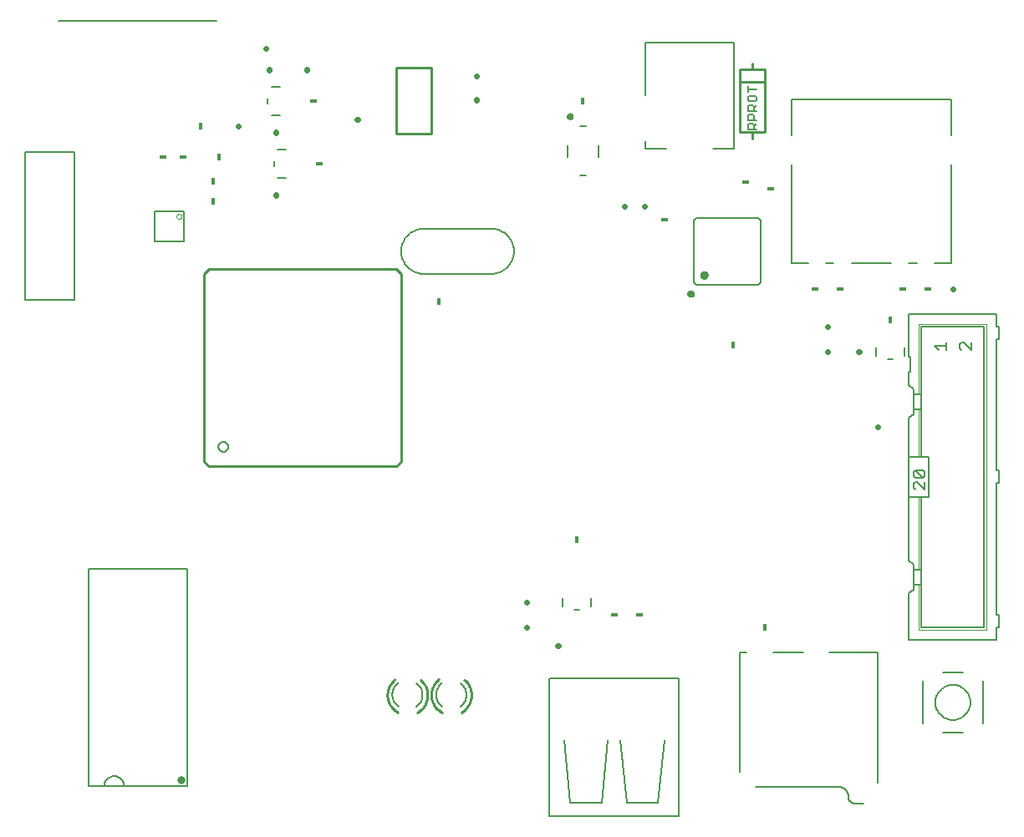
<source format=gto>
G75*
G70*
%OFA0B0*%
%FSLAX24Y24*%
%IPPOS*%
%LPD*%
%AMOC8*
5,1,8,0,0,1.08239X$1,22.5*
%
%ADD10C,0.0080*%
%ADD11C,0.0160*%
%ADD12C,0.0157*%
%ADD13C,0.0050*%
%ADD14C,0.0020*%
%ADD15C,0.0100*%
%ADD16C,0.0220*%
%ADD17R,0.0180X0.0300*%
%ADD18R,0.0300X0.0180*%
%ADD19C,0.0315*%
%ADD20C,0.0020*%
%ADD21C,0.0060*%
D10*
X003640Y002956D02*
X004261Y002956D01*
X005049Y002956D01*
X007560Y002956D01*
X007560Y011624D01*
X003640Y011624D01*
X003640Y002956D01*
X004261Y002956D02*
X004263Y002995D01*
X004269Y003033D01*
X004278Y003070D01*
X004291Y003107D01*
X004308Y003142D01*
X004327Y003175D01*
X004350Y003206D01*
X004376Y003235D01*
X004405Y003261D01*
X004436Y003284D01*
X004469Y003303D01*
X004504Y003320D01*
X004541Y003333D01*
X004578Y003342D01*
X004616Y003348D01*
X004655Y003350D01*
X004694Y003348D01*
X004732Y003342D01*
X004769Y003333D01*
X004806Y003320D01*
X004841Y003303D01*
X004874Y003284D01*
X004905Y003261D01*
X004934Y003235D01*
X004960Y003206D01*
X004983Y003175D01*
X005002Y003142D01*
X005019Y003107D01*
X005032Y003070D01*
X005041Y003033D01*
X005047Y002995D01*
X005049Y002956D01*
X022540Y010121D02*
X022540Y010459D01*
X022994Y009971D02*
X023206Y009971D01*
X023660Y010121D02*
X023660Y010459D01*
X029600Y008290D02*
X029876Y008290D01*
X029600Y008290D02*
X029600Y003526D01*
X030230Y002935D02*
X033537Y002935D01*
X033537Y002936D02*
X033575Y002933D01*
X033613Y002927D01*
X033650Y002917D01*
X033686Y002903D01*
X033721Y002887D01*
X033753Y002867D01*
X033784Y002844D01*
X033813Y002818D01*
X033839Y002789D01*
X033862Y002758D01*
X033882Y002726D01*
X033898Y002691D01*
X033912Y002655D01*
X033922Y002618D01*
X033928Y002580D01*
X033931Y002542D01*
X033930Y002510D01*
X033934Y002479D01*
X033941Y002448D01*
X033952Y002418D01*
X033966Y002390D01*
X033984Y002364D01*
X034005Y002340D01*
X034029Y002319D01*
X034055Y002301D01*
X034083Y002287D01*
X034113Y002276D01*
X034144Y002269D01*
X034175Y002265D01*
X034207Y002266D01*
X034206Y002266D02*
X034521Y002266D01*
X035112Y003093D02*
X035112Y008290D01*
X033183Y008290D01*
X032120Y008290D02*
X030939Y008290D01*
X036900Y007140D02*
X036900Y005440D01*
X037700Y005090D02*
X038493Y005090D01*
X039300Y005440D02*
X039300Y007140D01*
X038505Y007490D02*
X037700Y007490D01*
X037400Y006290D02*
X037402Y006342D01*
X037408Y006394D01*
X037418Y006446D01*
X037431Y006496D01*
X037448Y006546D01*
X037469Y006594D01*
X037494Y006640D01*
X037522Y006684D01*
X037553Y006726D01*
X037587Y006766D01*
X037624Y006803D01*
X037664Y006837D01*
X037706Y006868D01*
X037750Y006896D01*
X037796Y006921D01*
X037844Y006942D01*
X037894Y006959D01*
X037944Y006972D01*
X037996Y006982D01*
X038048Y006988D01*
X038100Y006990D01*
X038152Y006988D01*
X038204Y006982D01*
X038256Y006972D01*
X038306Y006959D01*
X038356Y006942D01*
X038404Y006921D01*
X038450Y006896D01*
X038494Y006868D01*
X038536Y006837D01*
X038576Y006803D01*
X038613Y006766D01*
X038647Y006726D01*
X038678Y006684D01*
X038706Y006640D01*
X038731Y006594D01*
X038752Y006546D01*
X038769Y006496D01*
X038782Y006446D01*
X038792Y006394D01*
X038798Y006342D01*
X038800Y006290D01*
X038798Y006238D01*
X038792Y006186D01*
X038782Y006134D01*
X038769Y006084D01*
X038752Y006034D01*
X038731Y005986D01*
X038706Y005940D01*
X038678Y005896D01*
X038647Y005854D01*
X038613Y005814D01*
X038576Y005777D01*
X038536Y005743D01*
X038494Y005712D01*
X038450Y005684D01*
X038404Y005659D01*
X038356Y005638D01*
X038306Y005621D01*
X038256Y005608D01*
X038204Y005598D01*
X038152Y005592D01*
X038100Y005590D01*
X038048Y005592D01*
X037996Y005598D01*
X037944Y005608D01*
X037894Y005621D01*
X037844Y005638D01*
X037796Y005659D01*
X037750Y005684D01*
X037706Y005712D01*
X037664Y005743D01*
X037624Y005777D01*
X037587Y005814D01*
X037553Y005854D01*
X037522Y005896D01*
X037494Y005940D01*
X037469Y005986D01*
X037448Y006034D01*
X037431Y006084D01*
X037418Y006134D01*
X037408Y006186D01*
X037402Y006238D01*
X037400Y006290D01*
X035706Y019971D02*
X035494Y019971D01*
X035040Y020121D02*
X035040Y020459D01*
X036160Y020459D02*
X036160Y020121D01*
X036350Y023831D02*
X036657Y023831D01*
X037366Y023831D02*
X038039Y023831D01*
X038039Y027752D01*
X038039Y028921D02*
X038039Y030366D01*
X031661Y030366D01*
X031661Y028921D01*
X031679Y027752D02*
X031679Y023831D01*
X032350Y023831D01*
X033043Y023831D02*
X033350Y023831D01*
X034067Y023831D02*
X035633Y023831D01*
X030439Y023069D02*
X030320Y022951D01*
X027880Y022951D01*
X027761Y023069D01*
X027761Y025510D01*
X027880Y025628D01*
X030320Y025628D01*
X030439Y025510D01*
X030439Y023069D01*
X029372Y028396D02*
X028545Y028396D01*
X029372Y028396D02*
X029372Y032609D01*
X025828Y032609D01*
X025828Y030522D01*
X023468Y029274D02*
X023232Y029274D01*
X022720Y028526D02*
X022720Y028053D01*
X023232Y027305D02*
X023468Y027305D01*
X023980Y028053D02*
X023980Y028526D01*
X025828Y028396D02*
X025828Y028671D01*
X025828Y028396D02*
X026655Y028396D01*
X019700Y025190D02*
X017000Y025190D01*
X016941Y025188D01*
X016883Y025182D01*
X016824Y025173D01*
X016767Y025159D01*
X016711Y025142D01*
X016656Y025121D01*
X016602Y025097D01*
X016550Y025069D01*
X016500Y025038D01*
X016452Y025004D01*
X016407Y024967D01*
X016364Y024926D01*
X016323Y024883D01*
X016286Y024838D01*
X016252Y024790D01*
X016221Y024740D01*
X016193Y024688D01*
X016169Y024634D01*
X016148Y024579D01*
X016131Y024523D01*
X016117Y024466D01*
X016108Y024407D01*
X016102Y024349D01*
X016100Y024290D01*
X016102Y024231D01*
X016108Y024173D01*
X016117Y024114D01*
X016131Y024057D01*
X016148Y024001D01*
X016169Y023946D01*
X016193Y023892D01*
X016221Y023840D01*
X016252Y023790D01*
X016286Y023742D01*
X016323Y023697D01*
X016364Y023654D01*
X016407Y023613D01*
X016452Y023576D01*
X016500Y023542D01*
X016550Y023511D01*
X016602Y023483D01*
X016656Y023459D01*
X016711Y023438D01*
X016767Y023421D01*
X016824Y023407D01*
X016883Y023398D01*
X016941Y023392D01*
X017000Y023390D01*
X019700Y023390D01*
X019759Y023392D01*
X019817Y023398D01*
X019876Y023407D01*
X019933Y023421D01*
X019989Y023438D01*
X020044Y023459D01*
X020098Y023483D01*
X020150Y023511D01*
X020200Y023542D01*
X020248Y023576D01*
X020293Y023613D01*
X020336Y023654D01*
X020377Y023697D01*
X020414Y023742D01*
X020448Y023790D01*
X020479Y023840D01*
X020507Y023892D01*
X020531Y023946D01*
X020552Y024001D01*
X020569Y024057D01*
X020583Y024114D01*
X020592Y024173D01*
X020598Y024231D01*
X020600Y024290D01*
X020598Y024349D01*
X020592Y024407D01*
X020583Y024466D01*
X020569Y024523D01*
X020552Y024579D01*
X020531Y024634D01*
X020507Y024688D01*
X020479Y024740D01*
X020448Y024790D01*
X020414Y024838D01*
X020377Y024883D01*
X020336Y024926D01*
X020293Y024967D01*
X020248Y025004D01*
X020200Y025038D01*
X020150Y025069D01*
X020098Y025097D01*
X020044Y025121D01*
X019989Y025142D01*
X019933Y025159D01*
X019876Y025173D01*
X019817Y025182D01*
X019759Y025188D01*
X019700Y025190D01*
X011519Y027230D02*
X011181Y027230D01*
X011031Y027684D02*
X011031Y027895D01*
X011181Y028350D02*
X011519Y028350D01*
X011269Y029730D02*
X010931Y029730D01*
X010781Y030184D02*
X010781Y030395D01*
X010931Y030850D02*
X011269Y030850D01*
X003084Y028242D02*
X003084Y022337D01*
X001116Y022337D01*
X001116Y028242D01*
X003084Y028242D01*
D11*
X027583Y022597D02*
X027585Y022612D01*
X027590Y022625D01*
X027599Y022637D01*
X027610Y022647D01*
X027624Y022653D01*
X027638Y022656D01*
X027653Y022655D01*
X027667Y022650D01*
X027680Y022642D01*
X027690Y022632D01*
X027697Y022619D01*
X027701Y022604D01*
X027701Y022590D01*
X027697Y022575D01*
X027690Y022562D01*
X027680Y022552D01*
X027667Y022544D01*
X027653Y022539D01*
X027638Y022538D01*
X027624Y022541D01*
X027610Y022547D01*
X027599Y022557D01*
X027590Y022569D01*
X027585Y022582D01*
X027583Y022597D01*
D12*
X028096Y023345D02*
X028098Y023363D01*
X028104Y023379D01*
X028113Y023394D01*
X028126Y023407D01*
X028141Y023416D01*
X028157Y023422D01*
X028175Y023424D01*
X028193Y023422D01*
X028209Y023416D01*
X028224Y023407D01*
X028237Y023394D01*
X028246Y023379D01*
X028252Y023363D01*
X028254Y023345D01*
X028252Y023327D01*
X028246Y023311D01*
X028237Y023296D01*
X028224Y023283D01*
X028209Y023274D01*
X028193Y023268D01*
X028175Y023266D01*
X028157Y023268D01*
X028141Y023274D01*
X028126Y023283D01*
X028113Y023296D01*
X028104Y023311D01*
X028098Y023327D01*
X028096Y023345D01*
D13*
X029925Y029165D02*
X029925Y029340D01*
X029983Y029398D01*
X030100Y029398D01*
X030158Y029340D01*
X030158Y029165D01*
X030158Y029281D02*
X030275Y029398D01*
X030275Y029533D02*
X029925Y029533D01*
X029925Y029708D01*
X029983Y029766D01*
X030100Y029766D01*
X030158Y029708D01*
X030158Y029533D01*
X030158Y029901D02*
X030158Y030076D01*
X030100Y030135D01*
X029983Y030135D01*
X029925Y030076D01*
X029925Y029901D01*
X030275Y029901D01*
X030158Y030018D02*
X030275Y030135D01*
X030217Y030270D02*
X030275Y030328D01*
X030275Y030445D01*
X030217Y030503D01*
X029983Y030503D01*
X029925Y030445D01*
X029925Y030328D01*
X029983Y030270D01*
X030217Y030270D01*
X029925Y030638D02*
X029925Y030871D01*
X029925Y030755D02*
X030275Y030755D01*
X030275Y029165D02*
X029925Y029165D01*
X022835Y029667D02*
X022837Y029673D01*
X022841Y029677D01*
X022848Y029678D01*
X022853Y029675D01*
X022857Y029670D01*
X022857Y029664D01*
X022853Y029659D01*
X022848Y029656D01*
X022841Y029657D01*
X022837Y029661D01*
X022835Y029667D01*
X022789Y029667D02*
X022791Y029682D01*
X022797Y029695D01*
X022806Y029707D01*
X022817Y029716D01*
X022831Y029722D01*
X022846Y029724D01*
X022861Y029722D01*
X022874Y029716D01*
X022886Y029707D01*
X022895Y029696D01*
X022901Y029682D01*
X022903Y029667D01*
X022901Y029652D01*
X022895Y029639D01*
X022886Y029627D01*
X022875Y029618D01*
X022861Y029612D01*
X022846Y029610D01*
X022831Y029612D01*
X022818Y029618D01*
X022806Y029627D01*
X022797Y029638D01*
X022791Y029652D01*
X022789Y029667D01*
X022742Y029667D02*
X022744Y029687D01*
X022749Y029706D01*
X022759Y029723D01*
X022771Y029739D01*
X022786Y029752D01*
X022803Y029762D01*
X022821Y029768D01*
X022841Y029771D01*
X022861Y029770D01*
X022880Y029765D01*
X022898Y029757D01*
X022914Y029746D01*
X022928Y029731D01*
X022938Y029715D01*
X022946Y029696D01*
X022950Y029677D01*
X022950Y029657D01*
X022946Y029638D01*
X022938Y029619D01*
X022928Y029603D01*
X022914Y029588D01*
X022898Y029577D01*
X022880Y029569D01*
X022861Y029564D01*
X022841Y029563D01*
X022821Y029566D01*
X022803Y029572D01*
X022786Y029582D01*
X022771Y029595D01*
X022759Y029611D01*
X022749Y029628D01*
X022744Y029647D01*
X022742Y029667D01*
X036350Y021790D02*
X036350Y020090D01*
X036400Y020090D01*
X036400Y019490D01*
X036350Y019490D01*
X036350Y018940D01*
X036550Y018790D01*
X036550Y018590D01*
X036550Y017990D01*
X036550Y017790D01*
X036350Y017640D01*
X036350Y016090D01*
X036750Y016090D01*
X036850Y016090D01*
X036850Y017990D01*
X036850Y018590D01*
X036850Y021290D01*
X039350Y021290D01*
X039350Y009290D01*
X036850Y009290D01*
X036850Y010990D01*
X036850Y011590D01*
X036850Y014490D01*
X036750Y014490D01*
X036350Y014490D01*
X036350Y016090D01*
X036850Y016090D02*
X037150Y016090D01*
X037150Y014490D01*
X036850Y014490D01*
X036975Y014794D02*
X036675Y015094D01*
X036600Y015094D01*
X036525Y015019D01*
X036525Y014869D01*
X036600Y014794D01*
X036975Y014794D02*
X036975Y015094D01*
X036900Y015254D02*
X036600Y015554D01*
X036900Y015554D01*
X036975Y015479D01*
X036975Y015329D01*
X036900Y015254D01*
X036600Y015254D01*
X036525Y015329D01*
X036525Y015479D01*
X036600Y015554D01*
X036350Y014490D02*
X036350Y011940D01*
X036550Y011790D01*
X036550Y011590D01*
X036550Y010990D01*
X036750Y010990D01*
X036850Y010990D01*
X036550Y010990D02*
X036550Y010790D01*
X036350Y010640D01*
X036350Y008790D01*
X039850Y008790D01*
X039850Y009290D01*
X039950Y009290D01*
X039950Y009790D01*
X039850Y009790D01*
X039850Y015040D01*
X039950Y015040D01*
X039950Y015540D01*
X039850Y015540D01*
X039850Y020790D01*
X039950Y020790D01*
X039950Y021290D01*
X039850Y021290D01*
X039850Y021790D01*
X036350Y021790D01*
X037825Y020654D02*
X037825Y020354D01*
X037825Y020504D02*
X037375Y020504D01*
X037525Y020354D01*
X038375Y020429D02*
X038450Y020354D01*
X038375Y020429D02*
X038375Y020579D01*
X038450Y020654D01*
X038525Y020654D01*
X038825Y020354D01*
X038825Y020654D01*
X036850Y018590D02*
X036750Y018590D01*
X036550Y018590D01*
X036550Y017990D02*
X036750Y017990D01*
X036850Y017990D01*
X036850Y011590D02*
X036750Y011590D01*
X036550Y011590D01*
X027185Y007245D02*
X027185Y001740D01*
X027150Y001740D02*
X022050Y001740D01*
X022015Y001740D02*
X022015Y007245D01*
X022040Y007250D02*
X027160Y007250D01*
X026600Y004790D02*
X026350Y002290D01*
X025100Y002290D01*
X024850Y004790D01*
X024350Y004790D02*
X024100Y002290D01*
X022850Y002290D01*
X022600Y004790D01*
X008814Y016494D02*
X008816Y016521D01*
X008822Y016548D01*
X008831Y016574D01*
X008844Y016598D01*
X008860Y016621D01*
X008879Y016640D01*
X008901Y016657D01*
X008925Y016671D01*
X008950Y016681D01*
X008977Y016688D01*
X009004Y016691D01*
X009032Y016690D01*
X009059Y016685D01*
X009085Y016677D01*
X009109Y016665D01*
X009132Y016649D01*
X009153Y016631D01*
X009170Y016610D01*
X009185Y016586D01*
X009196Y016561D01*
X009204Y016535D01*
X009208Y016508D01*
X009208Y016480D01*
X009204Y016453D01*
X009196Y016427D01*
X009185Y016402D01*
X009170Y016378D01*
X009153Y016357D01*
X009132Y016339D01*
X009110Y016323D01*
X009085Y016311D01*
X009059Y016303D01*
X009032Y016298D01*
X009004Y016297D01*
X008977Y016300D01*
X008950Y016307D01*
X008925Y016317D01*
X008901Y016331D01*
X008879Y016348D01*
X008860Y016367D01*
X008844Y016390D01*
X008831Y016414D01*
X008822Y016440D01*
X008816Y016467D01*
X008814Y016494D01*
X007441Y024699D02*
X006259Y024699D01*
X006259Y025880D01*
X007441Y025880D01*
X007441Y024699D01*
X008750Y033492D02*
X002450Y033492D01*
D14*
X036750Y021390D02*
X036750Y018590D01*
X036750Y017990D02*
X036750Y016090D01*
X036750Y014490D02*
X036750Y011590D01*
X036750Y010990D02*
X036750Y009190D01*
X039450Y009190D01*
X039450Y021390D01*
X036750Y021390D01*
D15*
X030100Y028790D02*
X030100Y029040D01*
X030600Y029040D01*
X030600Y031040D01*
X029600Y031040D01*
X029600Y029040D01*
X030100Y029040D01*
X029600Y031040D02*
X029600Y031540D01*
X030100Y031540D01*
X030100Y031790D01*
X030100Y031540D02*
X030600Y031540D01*
X030600Y031040D01*
X017309Y030605D02*
X017309Y031580D01*
X017309Y031609D02*
X015891Y031609D01*
X015891Y031061D01*
X015891Y031018D01*
X015891Y031061D02*
X015891Y028971D01*
X017309Y028971D01*
X017309Y028999D02*
X017309Y030575D01*
X015901Y023580D02*
X008421Y023580D01*
X008224Y023383D01*
X008224Y015903D01*
X008421Y015706D01*
X015901Y015706D01*
X016098Y015903D01*
X016098Y023383D01*
X015901Y023580D01*
X015550Y006590D02*
X015552Y006536D01*
X015557Y006482D01*
X015566Y006429D01*
X015579Y006376D01*
X015595Y006325D01*
X015615Y006275D01*
X015638Y006226D01*
X015664Y006178D01*
X015693Y006133D01*
X015726Y006090D01*
X015761Y006049D01*
X015799Y006010D01*
X015839Y005974D01*
X015882Y005941D01*
X015927Y005911D01*
X015974Y005884D01*
X016747Y005895D02*
X016795Y005925D01*
X016840Y005958D01*
X016883Y005994D01*
X016924Y006032D01*
X016961Y006074D01*
X016996Y006118D01*
X017027Y006164D01*
X017056Y006213D01*
X017080Y006263D01*
X017101Y006315D01*
X017119Y006369D01*
X017132Y006423D01*
X017142Y006478D01*
X017148Y006534D01*
X017150Y006590D01*
X017148Y006643D01*
X017143Y006697D01*
X017134Y006749D01*
X017122Y006801D01*
X017106Y006852D01*
X017087Y006902D01*
X017064Y006951D01*
X017038Y006998D01*
X017010Y007043D01*
X016978Y007086D01*
X016944Y007126D01*
X016906Y007165D01*
X016867Y007201D01*
X015838Y007205D02*
X015798Y007169D01*
X015760Y007130D01*
X015725Y007089D01*
X015693Y007046D01*
X015663Y007001D01*
X015637Y006954D01*
X015615Y006905D01*
X015595Y006854D01*
X015579Y006803D01*
X015566Y006751D01*
X015557Y006697D01*
X015552Y006644D01*
X015550Y006590D01*
X018497Y005895D02*
X018545Y005925D01*
X018590Y005958D01*
X018633Y005994D01*
X018674Y006032D01*
X018711Y006074D01*
X018746Y006118D01*
X018777Y006164D01*
X018806Y006213D01*
X018830Y006263D01*
X018851Y006315D01*
X018869Y006369D01*
X018882Y006423D01*
X018892Y006478D01*
X018898Y006534D01*
X018900Y006590D01*
X017724Y005884D02*
X017677Y005911D01*
X017632Y005941D01*
X017589Y005974D01*
X017549Y006010D01*
X017511Y006049D01*
X017476Y006090D01*
X017443Y006133D01*
X017414Y006178D01*
X017388Y006226D01*
X017365Y006275D01*
X017345Y006325D01*
X017329Y006376D01*
X017316Y006429D01*
X017307Y006482D01*
X017302Y006536D01*
X017300Y006590D01*
X018617Y007201D02*
X018656Y007165D01*
X018694Y007126D01*
X018728Y007086D01*
X018760Y007043D01*
X018788Y006998D01*
X018814Y006951D01*
X018837Y006902D01*
X018856Y006852D01*
X018872Y006801D01*
X018884Y006749D01*
X018893Y006697D01*
X018898Y006643D01*
X018900Y006590D01*
X017588Y007205D02*
X017548Y007169D01*
X017510Y007130D01*
X017475Y007089D01*
X017443Y007046D01*
X017413Y007001D01*
X017387Y006954D01*
X017365Y006905D01*
X017345Y006854D01*
X017329Y006803D01*
X017316Y006751D01*
X017307Y006697D01*
X017302Y006644D01*
X017300Y006590D01*
D16*
X021100Y009278D02*
X021100Y009302D01*
X021100Y010278D02*
X021100Y010302D01*
X022338Y008540D02*
X022362Y008540D01*
X035100Y017278D02*
X035100Y017302D01*
X034362Y020290D02*
X034338Y020290D01*
X033100Y020302D02*
X033100Y020278D01*
X033100Y021278D02*
X033100Y021302D01*
X038088Y022790D02*
X038112Y022790D01*
X025812Y026090D02*
X025788Y026090D01*
X025012Y026090D02*
X024988Y026090D01*
X019100Y030328D02*
X019100Y030352D01*
X019100Y031278D02*
X019100Y031302D01*
X014362Y029540D02*
X014338Y029540D01*
X012350Y031528D02*
X012350Y031552D01*
X010850Y031552D02*
X010850Y031528D01*
X010700Y032378D02*
X010700Y032402D01*
X009600Y029302D02*
X009600Y029278D01*
X011100Y029052D02*
X011100Y029028D01*
X011100Y026552D02*
X011100Y026528D01*
D17*
X008600Y026290D03*
X008600Y027090D03*
X008850Y028040D03*
X008100Y029290D03*
X017600Y022290D03*
X023350Y030290D03*
X029350Y020540D03*
X035600Y021540D03*
X023100Y012790D03*
X030600Y009290D03*
D18*
X025600Y009790D03*
X024600Y009790D03*
X032600Y022790D03*
X033600Y022790D03*
X036100Y022790D03*
X037100Y022790D03*
X030850Y026790D03*
X029850Y027040D03*
X026600Y025540D03*
X012850Y027790D03*
X012600Y030290D03*
X007400Y028040D03*
X006600Y028040D03*
D19*
X007332Y003195D03*
D20*
X007146Y025683D02*
X007148Y025702D01*
X007153Y025721D01*
X007163Y025737D01*
X007175Y025752D01*
X007190Y025764D01*
X007206Y025774D01*
X007225Y025779D01*
X007244Y025781D01*
X007263Y025779D01*
X007282Y025774D01*
X007298Y025764D01*
X007313Y025752D01*
X007325Y025737D01*
X007335Y025721D01*
X007340Y025702D01*
X007342Y025683D01*
X007340Y025664D01*
X007335Y025645D01*
X007325Y025629D01*
X007313Y025614D01*
X007298Y025602D01*
X007282Y025592D01*
X007263Y025587D01*
X007244Y025585D01*
X007225Y025587D01*
X007206Y025592D01*
X007190Y025602D01*
X007175Y025614D01*
X007163Y025629D01*
X007153Y025645D01*
X007148Y025664D01*
X007146Y025683D01*
D21*
X016950Y006590D02*
X016948Y006545D01*
X016943Y006499D01*
X016935Y006455D01*
X016923Y006411D01*
X016907Y006368D01*
X016889Y006326D01*
X016867Y006286D01*
X016843Y006248D01*
X016816Y006212D01*
X016786Y006177D01*
X016753Y006146D01*
X016718Y006116D01*
X015750Y006590D02*
X015752Y006637D01*
X015758Y006685D01*
X015767Y006731D01*
X015780Y006777D01*
X015796Y006821D01*
X015817Y006865D01*
X015840Y006906D01*
X015866Y006945D01*
X015896Y006982D01*
X015929Y007017D01*
X015964Y007049D01*
X016001Y007078D01*
X015750Y006590D02*
X015752Y006544D01*
X015757Y006498D01*
X015766Y006452D01*
X015778Y006407D01*
X015794Y006364D01*
X015813Y006322D01*
X015836Y006281D01*
X015861Y006242D01*
X015889Y006206D01*
X015920Y006171D01*
X015954Y006139D01*
X015990Y006110D01*
X016950Y006590D02*
X016948Y006635D01*
X016943Y006681D01*
X016935Y006725D01*
X016923Y006769D01*
X016907Y006812D01*
X016889Y006854D01*
X016867Y006894D01*
X016843Y006932D01*
X016816Y006968D01*
X016786Y007003D01*
X016753Y007034D01*
X016718Y007064D01*
X018468Y006116D02*
X018503Y006146D01*
X018536Y006177D01*
X018566Y006212D01*
X018593Y006248D01*
X018617Y006286D01*
X018639Y006326D01*
X018657Y006368D01*
X018673Y006411D01*
X018685Y006455D01*
X018693Y006499D01*
X018698Y006545D01*
X018700Y006590D01*
X017740Y006110D02*
X017704Y006139D01*
X017670Y006171D01*
X017639Y006206D01*
X017611Y006242D01*
X017586Y006281D01*
X017563Y006322D01*
X017544Y006364D01*
X017528Y006407D01*
X017516Y006452D01*
X017507Y006498D01*
X017502Y006544D01*
X017500Y006590D01*
X018468Y007064D02*
X018503Y007034D01*
X018536Y007003D01*
X018566Y006968D01*
X018593Y006932D01*
X018617Y006894D01*
X018639Y006854D01*
X018657Y006812D01*
X018673Y006769D01*
X018685Y006725D01*
X018693Y006681D01*
X018698Y006635D01*
X018700Y006590D01*
X017751Y007078D02*
X017714Y007049D01*
X017679Y007017D01*
X017646Y006982D01*
X017616Y006945D01*
X017590Y006906D01*
X017567Y006865D01*
X017546Y006821D01*
X017530Y006777D01*
X017517Y006731D01*
X017508Y006685D01*
X017502Y006637D01*
X017500Y006590D01*
M02*

</source>
